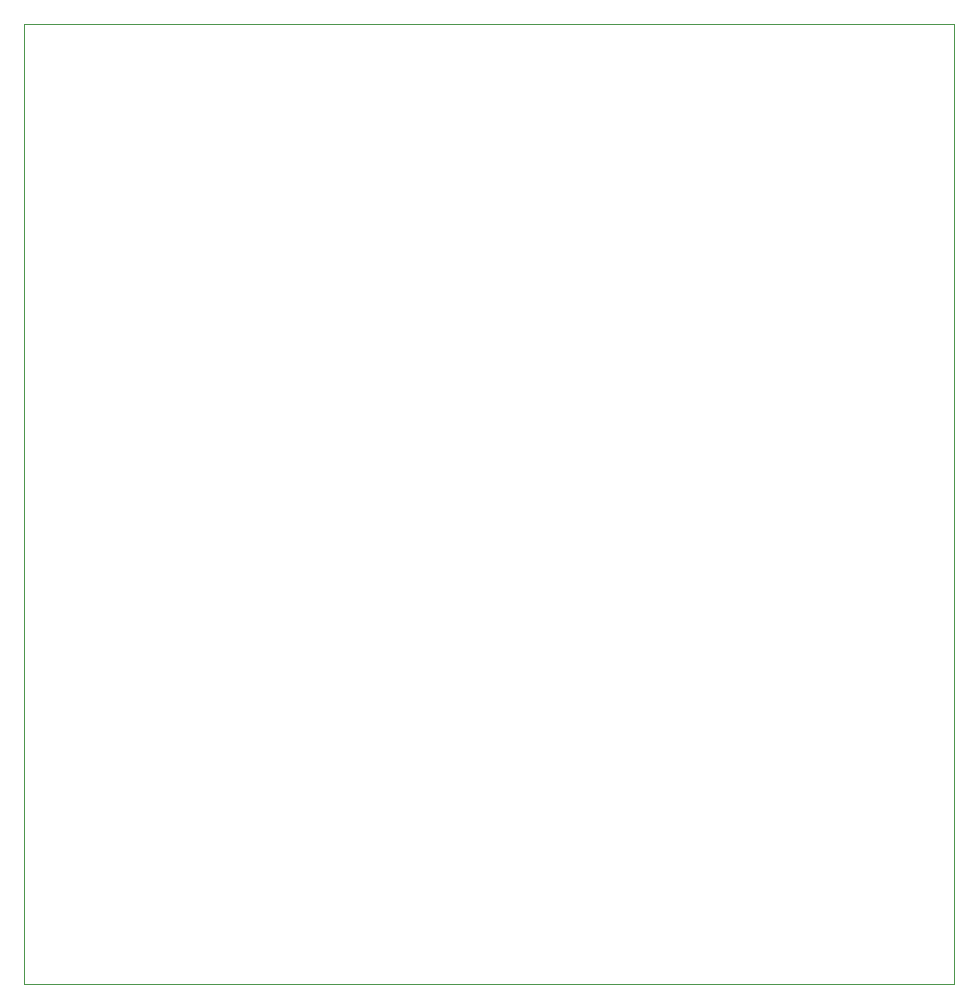
<source format=gm1>
G04 #@! TF.GenerationSoftware,KiCad,Pcbnew,5.1.6*
G04 #@! TF.CreationDate,2020-08-31T22:31:01-05:00*
G04 #@! TF.ProjectId,shear_pcb,73686561-725f-4706-9362-2e6b69636164,rev?*
G04 #@! TF.SameCoordinates,Original*
G04 #@! TF.FileFunction,Profile,NP*
%FSLAX46Y46*%
G04 Gerber Fmt 4.6, Leading zero omitted, Abs format (unit mm)*
G04 Created by KiCad (PCBNEW 5.1.6) date 2020-08-31 22:31:01*
%MOMM*%
%LPD*%
G01*
G04 APERTURE LIST*
G04 #@! TA.AperFunction,Profile*
%ADD10C,0.050000*%
G04 #@! TD*
G04 APERTURE END LIST*
D10*
X118745000Y-127635000D02*
X118745000Y-46355000D01*
X197485000Y-127635000D02*
X118745000Y-127635000D01*
X197485000Y-46355000D02*
X197485000Y-127635000D01*
X118745000Y-46355000D02*
X197485000Y-46355000D01*
M02*

</source>
